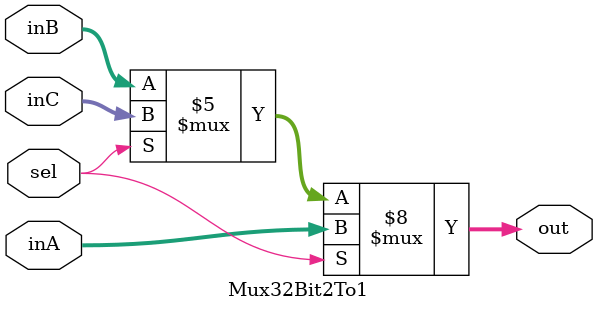
<source format=v>
`timescale 1ns / 1ps


module Mux32Bit2To1(out, inA, inB, inC, sel);

    output reg [31:0] out;
    
    input [31:0] inA;
    input [31:0] inB;
    input [31:0] inC;
    input sel;

    /* Fill in the implementation here ... */ 
    always @(sel, inA, inB, inC) begin
    if (sel == 1) begin
    out <= inA; end
    else if (sel==0) begin
    out <= inB; end
    else begin
    out <= inC; end
    end

endmodule
</source>
